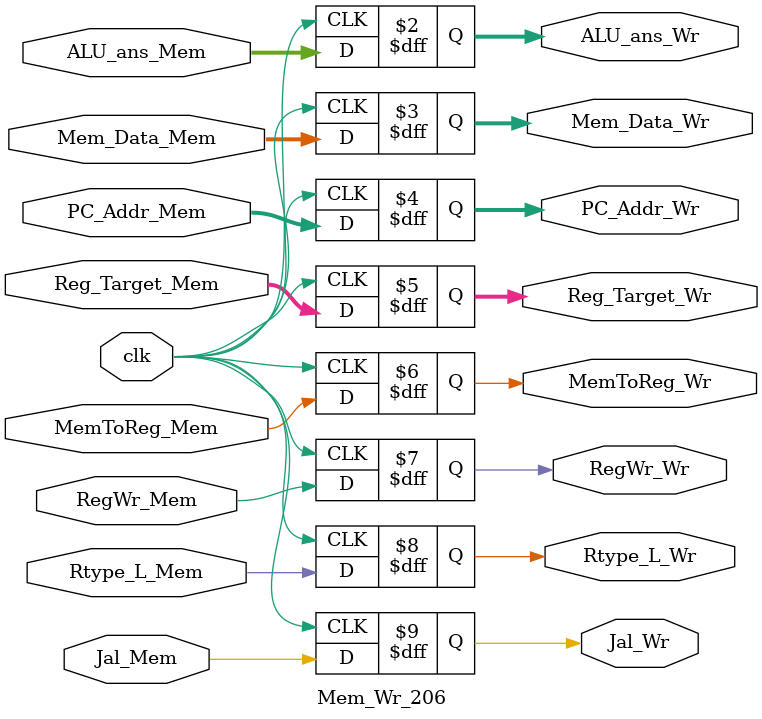
<source format=v>
module Mem_Wr_206(
    input       clk,

    //数据信号输入
    input[32-1:0]       ALU_ans_Mem,            //
    input[32-1:0]       Mem_Data_Mem,           //
    input[32-1:0]       PC_Addr_Mem,
    input[5-1:0]        Reg_Target_Mem,

    //控制信号输入
    input               MemToReg_Mem,           //
    input               RegWr_Mem,              //
    input               Rtype_L_Mem,            //
    input               Jal_Mem,                //

    //数据信号输出
    output reg[32-1:0]  ALU_ans_Wr,             //
    output reg[32-1:0]  Mem_Data_Wr,            //
    output reg[32-1:0]  PC_Addr_Wr,
    output reg[5-1:0]   Reg_Target_Wr,

    //控制信号输出
    output reg          MemToReg_Wr,
    output reg          RegWr_Wr,
    output reg          Rtype_L_Wr,
    output reg          Jal_Wr
);

    always @(posedge clk) begin
        //数据信号保存
        ALU_ans_Wr <= ALU_ans_Mem;
        Mem_Data_Wr <= Mem_Data_Mem;
        Reg_Target_Wr <= Reg_Target_Mem;
        PC_Addr_Wr <= PC_Addr_Mem;

        //控制信号保存
        MemToReg_Wr <= MemToReg_Mem;
        RegWr_Wr <= RegWr_Mem;
        Rtype_L_Wr <= Rtype_L_Mem;
        Jal_Wr <= Jal_Mem;
    end

endmodule
</source>
